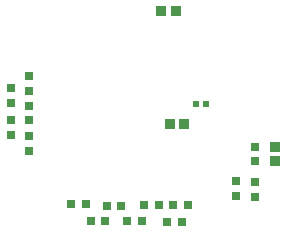
<source format=gbr>
%TF.GenerationSoftware,KiCad,Pcbnew,8.0.7*%
%TF.CreationDate,2025-02-10T22:10:37-06:00*%
%TF.ProjectId,Project63_BMS_DaughterBoard,50726f6a-6563-4743-9633-5f424d535f44,rev?*%
%TF.SameCoordinates,Original*%
%TF.FileFunction,Paste,Bot*%
%TF.FilePolarity,Positive*%
%FSLAX46Y46*%
G04 Gerber Fmt 4.6, Leading zero omitted, Abs format (unit mm)*
G04 Created by KiCad (PCBNEW 8.0.7) date 2025-02-10 22:10:37*
%MOMM*%
%LPD*%
G01*
G04 APERTURE LIST*
%ADD10R,0.660400X0.762000*%
%ADD11R,0.762000X0.660400*%
%ADD12R,0.852399X0.899198*%
%ADD13R,0.899198X0.852399*%
%ADD14R,0.508000X0.508000*%
G04 APERTURE END LIST*
D10*
%TO.C,C307*%
X166184941Y-95881706D03*
X164940341Y-95881706D03*
%TD*%
D11*
%TO.C,C325*%
X153265915Y-87286688D03*
X153265915Y-86042088D03*
%TD*%
D10*
%TO.C,C304*%
X161074984Y-94508899D03*
X159830384Y-94508899D03*
%TD*%
D12*
%TO.C,C203*%
X165163273Y-87626439D03*
X166415671Y-87626439D03*
%TD*%
D10*
%TO.C,C303*%
X159734404Y-95829850D03*
X158489804Y-95829850D03*
%TD*%
%TO.C,C308*%
X166694688Y-94454354D03*
X165450088Y-94454354D03*
%TD*%
D11*
%TO.C,C324*%
X151765915Y-85786688D03*
X151765915Y-84542088D03*
%TD*%
D13*
%TO.C,C204*%
X174063086Y-90757567D03*
X174063086Y-89505169D03*
%TD*%
D11*
%TO.C,C326*%
X151765915Y-88528957D03*
X151765915Y-87284357D03*
%TD*%
D10*
%TO.C,C306*%
X164278395Y-94455619D03*
X163033795Y-94455619D03*
%TD*%
D11*
%TO.C,C309*%
X170783679Y-93643690D03*
X170783679Y-92399090D03*
%TD*%
%TO.C,C311*%
X172434986Y-89498596D03*
X172434986Y-90743196D03*
%TD*%
D10*
%TO.C,C305*%
X162828989Y-95818424D03*
X161584389Y-95818424D03*
%TD*%
D11*
%TO.C,C310*%
X172432051Y-92521839D03*
X172432051Y-93766439D03*
%TD*%
D12*
%TO.C,C205*%
X164463273Y-78026439D03*
X165715671Y-78026439D03*
%TD*%
D14*
%TO.C,C202*%
X168208572Y-85926439D03*
X167370372Y-85926439D03*
%TD*%
D11*
%TO.C,C301*%
X153265915Y-89883872D03*
X153265915Y-88639272D03*
%TD*%
D10*
%TO.C,C302*%
X158095529Y-94396294D03*
X156850929Y-94396294D03*
%TD*%
D11*
%TO.C,C323*%
X153265915Y-84786688D03*
X153265915Y-83542088D03*
%TD*%
M02*

</source>
